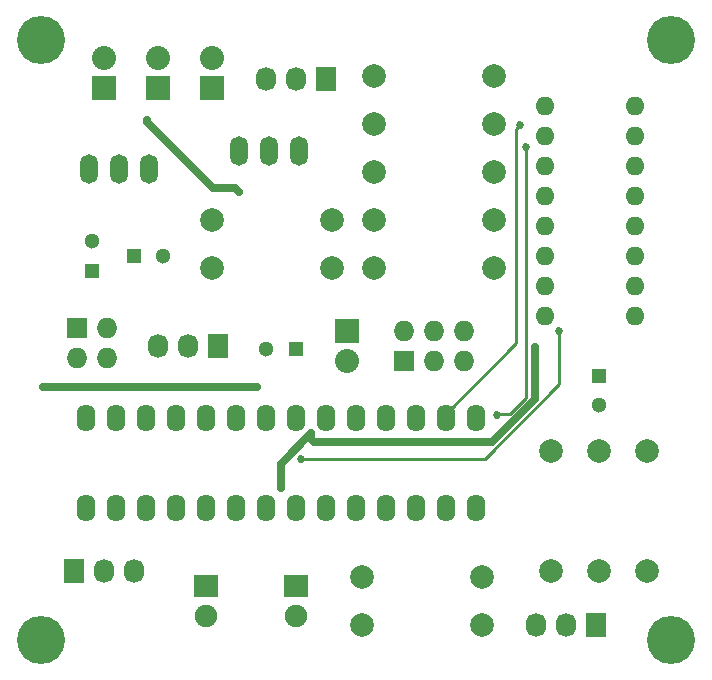
<source format=gbr>
G04 #@! TF.FileFunction,Copper,L1,Top,Signal*
%FSLAX46Y46*%
G04 Gerber Fmt 4.6, Leading zero omitted, Abs format (unit mm)*
G04 Created by KiCad (PCBNEW 4.0.2-stable) date 2016-10-26 13:47:51*
%MOMM*%
G01*
G04 APERTURE LIST*
%ADD10C,0.100000*%
%ADD11R,1.300000X1.300000*%
%ADD12C,1.300000*%
%ADD13R,2.000000X1.900000*%
%ADD14C,1.900000*%
%ADD15R,1.727200X1.727200*%
%ADD16O,1.727200X1.727200*%
%ADD17R,1.727200X2.032000*%
%ADD18O,1.727200X2.032000*%
%ADD19R,2.032000X2.032000*%
%ADD20O,2.032000X2.032000*%
%ADD21C,1.998980*%
%ADD22O,1.501140X2.499360*%
%ADD23O,1.600000X1.600000*%
%ADD24O,1.600000X2.300000*%
%ADD25C,4.064000*%
%ADD26C,0.685800*%
%ADD27C,0.635000*%
%ADD28C,0.254000*%
G04 APERTURE END LIST*
D10*
D11*
X140970000Y-59182000D03*
D12*
X138470000Y-59182000D03*
D11*
X123698000Y-52578000D03*
D12*
X123698000Y-50078000D03*
D11*
X127254000Y-51308000D03*
D12*
X129754000Y-51308000D03*
D11*
X166624000Y-61468000D03*
D12*
X166624000Y-63968000D03*
D13*
X140970000Y-79248000D03*
D14*
X140970000Y-81788000D03*
D13*
X133350000Y-79248000D03*
D14*
X133350000Y-81788000D03*
D15*
X150114000Y-60198000D03*
D16*
X150114000Y-57658000D03*
X152654000Y-60198000D03*
X152654000Y-57658000D03*
X155194000Y-60198000D03*
X155194000Y-57658000D03*
D17*
X166370000Y-82550000D03*
D18*
X163830000Y-82550000D03*
X161290000Y-82550000D03*
D19*
X145288000Y-57658000D03*
D20*
X145288000Y-60198000D03*
D19*
X124714000Y-37084000D03*
D20*
X124714000Y-34544000D03*
D17*
X122174000Y-77978000D03*
D18*
X124714000Y-77978000D03*
X127254000Y-77978000D03*
D19*
X133858000Y-37084000D03*
D20*
X133858000Y-34544000D03*
D19*
X129286000Y-37084000D03*
D20*
X129286000Y-34544000D03*
D21*
X156718000Y-78486000D03*
X146558000Y-78486000D03*
X170688000Y-67818000D03*
X170688000Y-77978000D03*
X156718000Y-82550000D03*
X146558000Y-82550000D03*
X166624000Y-77978000D03*
X166624000Y-67818000D03*
X147574000Y-36068000D03*
X157734000Y-36068000D03*
X162560000Y-67818000D03*
X162560000Y-77978000D03*
X144018000Y-52324000D03*
X133858000Y-52324000D03*
X157734000Y-48260000D03*
X147574000Y-48260000D03*
X147574000Y-52324000D03*
X157734000Y-52324000D03*
X157734000Y-44196000D03*
X147574000Y-44196000D03*
X147574000Y-40132000D03*
X157734000Y-40132000D03*
X144018000Y-48260000D03*
X133858000Y-48260000D03*
D17*
X134366000Y-58928000D03*
D18*
X131826000Y-58928000D03*
X129286000Y-58928000D03*
D17*
X143510000Y-36322000D03*
D18*
X140970000Y-36322000D03*
X138430000Y-36322000D03*
D22*
X125984000Y-43942000D03*
X128524000Y-43942000D03*
X123444000Y-43942000D03*
X138684000Y-42418000D03*
X141224000Y-42418000D03*
X136144000Y-42418000D03*
D15*
X122428000Y-57404000D03*
D16*
X124968000Y-57404000D03*
X122428000Y-59944000D03*
X124968000Y-59944000D03*
D23*
X169672000Y-56388000D03*
X169672000Y-53848000D03*
X169672000Y-51308000D03*
X169672000Y-48768000D03*
X169672000Y-46228000D03*
X169672000Y-43688000D03*
X169672000Y-41148000D03*
X169672000Y-38608000D03*
X162052000Y-38608000D03*
X162052000Y-41148000D03*
X162052000Y-43688000D03*
X162052000Y-46228000D03*
X162052000Y-48768000D03*
X162052000Y-51308000D03*
X162052000Y-53848000D03*
X162052000Y-56388000D03*
D24*
X123190000Y-72644000D03*
X125730000Y-72644000D03*
X128270000Y-72644000D03*
X130810000Y-72644000D03*
X133350000Y-72644000D03*
X135890000Y-72644000D03*
X138430000Y-72644000D03*
X140970000Y-72644000D03*
X143510000Y-72644000D03*
X146050000Y-72644000D03*
X148590000Y-72644000D03*
X151130000Y-72644000D03*
X153670000Y-72644000D03*
X156210000Y-72644000D03*
X156210000Y-65024000D03*
X153670000Y-65024000D03*
X151130000Y-65024000D03*
X148590000Y-65024000D03*
X146050000Y-65024000D03*
X143510000Y-65024000D03*
X140970000Y-65024000D03*
X138430000Y-65024000D03*
X135890000Y-65024000D03*
X133350000Y-65024000D03*
X130810000Y-65024000D03*
X128270000Y-65024000D03*
X125730000Y-65024000D03*
X123190000Y-65024000D03*
D25*
X119380000Y-33020000D03*
X172720000Y-33020000D03*
X172720000Y-83820000D03*
X119380000Y-83820000D03*
D26*
X119557800Y-62458600D03*
X137668000Y-62433220D03*
X161213800Y-59029600D03*
X142265400Y-66344800D03*
X139674600Y-70942200D03*
X128371600Y-39852600D03*
X136169400Y-45897800D03*
X141427200Y-68478400D03*
X163245800Y-57658000D03*
X159969200Y-40233600D03*
X157988000Y-64770000D03*
X160426400Y-42062400D03*
D27*
X137668000Y-62433220D02*
X119583180Y-62433220D01*
X119583180Y-62433220D02*
X119557800Y-62458600D01*
X157556200Y-67056000D02*
X161213800Y-63398400D01*
X161213800Y-63398400D02*
X161213800Y-59029600D01*
X142491667Y-67056000D02*
X157556200Y-67056000D01*
X142265400Y-66344800D02*
X142265400Y-66829733D01*
X142265400Y-66829733D02*
X142491667Y-67056000D01*
X139674600Y-70942200D02*
X139674600Y-68935600D01*
X139674600Y-68935600D02*
X142265400Y-66344800D01*
X133972301Y-45554901D02*
X128371600Y-39954200D01*
X128371600Y-39954200D02*
X128371600Y-39852600D01*
X136169400Y-45897800D02*
X135826501Y-45554901D01*
X135826501Y-45554901D02*
X133972301Y-45554901D01*
D28*
X163245800Y-57658000D02*
X163245800Y-62174637D01*
X163245800Y-62174637D02*
X156942037Y-68478400D01*
X156942037Y-68478400D02*
X141427200Y-68478400D01*
X159969200Y-40233600D02*
X159626301Y-40576499D01*
X159626301Y-40576499D02*
X159626301Y-58717699D01*
X159626301Y-58717699D02*
X153670000Y-64674000D01*
X153670000Y-64674000D02*
X153670000Y-65024000D01*
X159084764Y-64719200D02*
X158038800Y-64719200D01*
X158038800Y-64719200D02*
X157988000Y-64770000D01*
X160426400Y-42062400D02*
X160426400Y-63377564D01*
X160426400Y-63377564D02*
X159084764Y-64719200D01*
M02*

</source>
